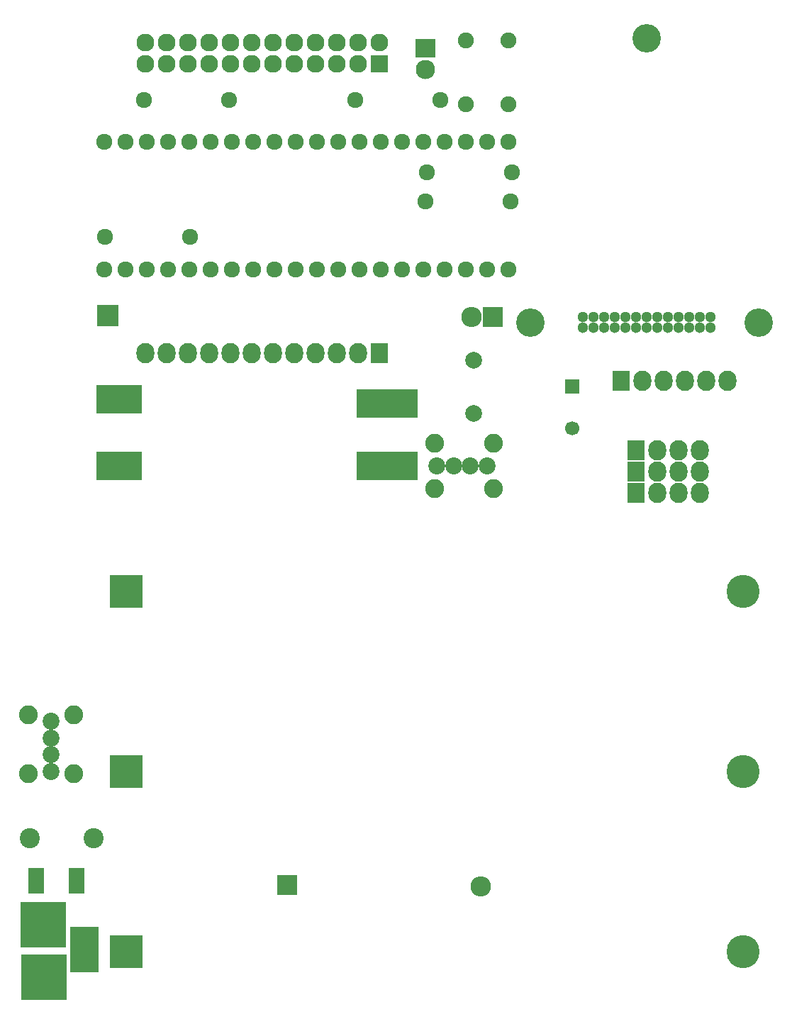
<source format=gbr>
G04 #@! TF.FileFunction,Soldermask,Top*
%FSLAX46Y46*%
G04 Gerber Fmt 4.6, Leading zero omitted, Abs format (unit mm)*
G04 Created by KiCad (PCBNEW 4.0.2+dfsg1-stable) date 2017年09月12日 18時24分26秒*
%MOMM*%
G01*
G04 APERTURE LIST*
%ADD10C,0.100000*%
%ADD11C,3.400000*%
%ADD12C,1.300000*%
%ADD13R,3.956000X3.956000*%
%ADD14C,3.956000*%
%ADD15R,2.400000X2.300000*%
%ADD16C,2.300000*%
%ADD17R,1.901140X3.100020*%
%ADD18R,2.127200X2.432000*%
%ADD19O,2.127200X2.432000*%
%ADD20C,1.924000*%
%ADD21C,1.900000*%
%ADD22R,2.432000X2.432000*%
%ADD23O,2.432000X2.432000*%
%ADD24R,2.127200X2.127200*%
%ADD25O,2.127200X2.127200*%
%ADD26R,1.700000X1.700000*%
%ADD27C,1.700000*%
%ADD28R,3.399740X5.401260*%
%ADD29R,5.401260X5.401260*%
%ADD30R,2.635200X2.635200*%
%ADD31C,2.020000*%
%ADD32C,2.250000*%
%ADD33C,2.000200*%
%ADD34C,2.400000*%
%ADD35R,7.400000X3.400000*%
%ADD36R,5.400000X3.400000*%
G04 APERTURE END LIST*
D10*
D11*
X167045600Y-37184800D03*
X153145600Y-71084800D03*
X180445600Y-71084800D03*
D12*
X174665600Y-71719800D03*
X174665600Y-70449800D03*
X173395600Y-71719800D03*
X173395600Y-70449800D03*
X172125600Y-71719800D03*
X172125600Y-70449800D03*
X170855600Y-71719800D03*
X170855600Y-70449800D03*
X169585600Y-71719800D03*
X169585600Y-70449800D03*
X168315600Y-71719800D03*
X168315600Y-70449800D03*
X167045600Y-71719800D03*
X167045600Y-70449800D03*
X165775600Y-71719800D03*
X165775600Y-70449800D03*
X164505600Y-71719800D03*
X164505600Y-70449800D03*
X163235600Y-71719800D03*
X163235600Y-70449800D03*
X161965600Y-71719800D03*
X161965600Y-70449800D03*
X160695600Y-71719800D03*
X160695600Y-70449800D03*
X159425600Y-71719800D03*
X159425600Y-70449800D03*
D13*
X104875600Y-124744800D03*
D14*
X178535600Y-124744800D03*
D15*
X140629600Y-38318800D03*
D16*
X140629600Y-40858800D03*
D17*
X94160300Y-137759800D03*
X98960900Y-137759800D03*
D18*
X163997600Y-78069800D03*
D19*
X166537600Y-78069800D03*
X169077600Y-78069800D03*
X171617600Y-78069800D03*
X174157600Y-78069800D03*
X176697600Y-78069800D03*
D20*
X132247600Y-44541800D03*
X142407600Y-44541800D03*
X150789600Y-56606800D03*
X140629600Y-56606800D03*
X140832800Y-53177800D03*
X150992800Y-53177800D03*
D21*
X150535600Y-45049800D03*
X145455600Y-45049800D03*
X150535600Y-37429800D03*
X145455600Y-37429800D03*
D22*
X124085600Y-138244800D03*
D23*
X147273600Y-138460800D03*
D20*
X102275600Y-64734800D03*
X104815600Y-64734800D03*
X107355600Y-64734800D03*
X109895600Y-64734800D03*
X112435600Y-64734800D03*
X114975600Y-64734800D03*
X117515600Y-64734800D03*
X120055600Y-64734800D03*
X122595600Y-64734800D03*
X125135600Y-64734800D03*
X127675600Y-64734800D03*
X130215600Y-64734800D03*
X132755600Y-64734800D03*
X135295600Y-64734800D03*
X137835600Y-64734800D03*
X140375600Y-64734800D03*
X142915600Y-64734800D03*
X145455600Y-64734800D03*
X147995600Y-64734800D03*
X150535600Y-64734800D03*
X150535600Y-49494800D03*
X147995600Y-49494800D03*
X145455600Y-49494800D03*
X142915600Y-49494800D03*
X140375600Y-49494800D03*
X137835600Y-49494800D03*
X135295600Y-49494800D03*
X132755600Y-49494800D03*
X130215600Y-49494800D03*
X127675600Y-49494800D03*
X125135600Y-49494800D03*
X122595600Y-49494800D03*
X120055600Y-49494800D03*
X117515600Y-49494800D03*
X114975600Y-49494800D03*
X112435600Y-49494800D03*
X109895600Y-49494800D03*
X107355600Y-49494800D03*
X104815600Y-49494800D03*
X102275600Y-49494800D03*
D22*
X148630600Y-70449800D03*
D23*
X146090600Y-70449800D03*
D24*
X135085600Y-40244800D03*
D25*
X135085600Y-37704800D03*
X132545600Y-40244800D03*
X132545600Y-37704800D03*
X130005600Y-40244800D03*
X130005600Y-37704800D03*
X127465600Y-40244800D03*
X127465600Y-37704800D03*
X124925600Y-40244800D03*
X124925600Y-37704800D03*
X122385600Y-40244800D03*
X122385600Y-37704800D03*
X119845600Y-40244800D03*
X119845600Y-37704800D03*
X117305600Y-40244800D03*
X117305600Y-37704800D03*
X114765600Y-40244800D03*
X114765600Y-37704800D03*
X112225600Y-40244800D03*
X112225600Y-37704800D03*
X109685600Y-40244800D03*
X109685600Y-37704800D03*
X107145600Y-40244800D03*
X107145600Y-37704800D03*
D26*
X158155600Y-78704800D03*
D27*
X158155600Y-83704800D03*
D28*
X99886200Y-145993600D03*
D29*
X95034800Y-142993860D03*
X95085600Y-149244800D03*
D30*
X102656600Y-70246600D03*
D18*
X135085600Y-74744800D03*
D19*
X132545600Y-74744800D03*
X130005600Y-74744800D03*
X127465600Y-74744800D03*
X124925600Y-74744800D03*
X122385600Y-74744800D03*
X119845600Y-74744800D03*
X117305600Y-74744800D03*
X114765600Y-74744800D03*
X112225600Y-74744800D03*
X109685600Y-74744800D03*
X107145600Y-74744800D03*
D31*
X147995600Y-88229800D03*
X145995600Y-88229800D03*
X143995600Y-88229800D03*
D32*
X148725600Y-90949800D03*
D31*
X141995600Y-88229800D03*
D32*
X141725600Y-90949800D03*
X148725600Y-85509800D03*
X141725600Y-85509800D03*
D31*
X95925600Y-118709800D03*
X95925600Y-120709800D03*
X95925600Y-122709800D03*
D32*
X98645600Y-117979800D03*
D31*
X95925600Y-124709800D03*
D32*
X98645600Y-124979800D03*
X93205600Y-117979800D03*
X93205600Y-124979800D03*
D18*
X165775600Y-86324800D03*
D19*
X168315600Y-86324800D03*
X170855600Y-86324800D03*
X173395600Y-86324800D03*
D18*
X165775600Y-88864800D03*
D19*
X168315600Y-88864800D03*
X170855600Y-88864800D03*
X173395600Y-88864800D03*
D18*
X165775600Y-91404800D03*
D19*
X168315600Y-91404800D03*
X170855600Y-91404800D03*
X173395600Y-91404800D03*
D20*
X112511800Y-60874000D03*
X102351800Y-60874000D03*
X106974600Y-44541800D03*
X117134600Y-44541800D03*
D33*
X146395400Y-81981400D03*
X146395400Y-75631400D03*
D34*
X93395760Y-132679800D03*
X100995440Y-132679800D03*
D35*
X136085600Y-80744800D03*
X136085600Y-88244800D03*
D36*
X104085600Y-88244800D03*
X104085600Y-80244800D03*
D13*
X104875600Y-146244800D03*
D14*
X178535600Y-146244800D03*
D13*
X104875600Y-103244800D03*
D14*
X178535600Y-103244800D03*
M02*

</source>
